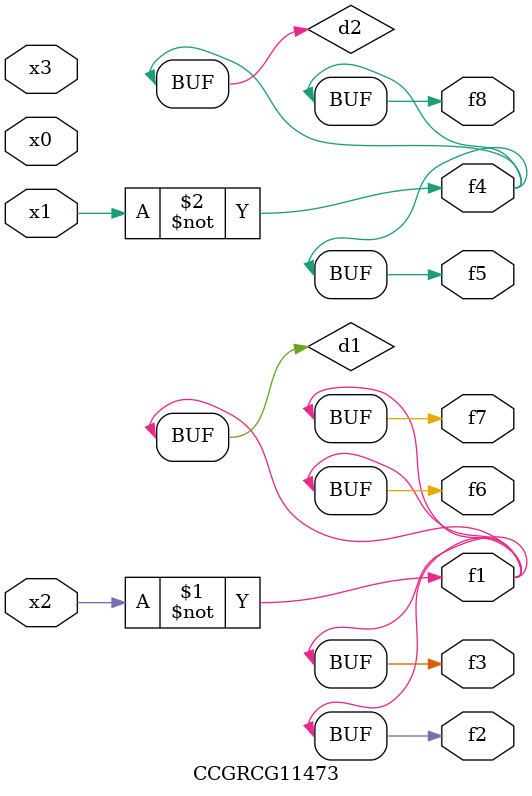
<source format=v>
module CCGRCG11473(
	input x0, x1, x2, x3,
	output f1, f2, f3, f4, f5, f6, f7, f8
);

	wire d1, d2;

	xnor (d1, x2);
	not (d2, x1);
	assign f1 = d1;
	assign f2 = d1;
	assign f3 = d1;
	assign f4 = d2;
	assign f5 = d2;
	assign f6 = d1;
	assign f7 = d1;
	assign f8 = d2;
endmodule

</source>
